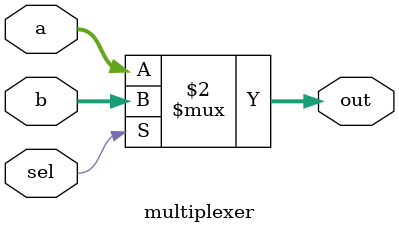
<source format=v>

`timescale 1ns / 100ps

module multiplexer(input [23:0] a,
input[23:0] b,
input sel,
output [23:0] out
);


assign out = 
(sel==0) ? a:
b;
             
      
endmodule

</source>
